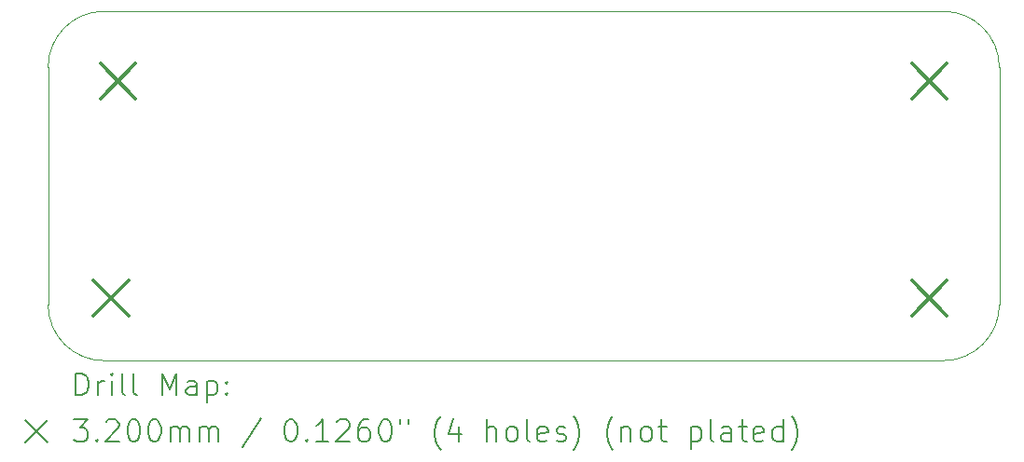
<source format=gbr>
%TF.GenerationSoftware,KiCad,Pcbnew,(6.0.7)*%
%TF.CreationDate,2022-09-26T21:03:58+02:00*%
%TF.ProjectId,LcdResolver,4c636452-6573-46f6-9c76-65722e6b6963,0*%
%TF.SameCoordinates,Original*%
%TF.FileFunction,Drillmap*%
%TF.FilePolarity,Positive*%
%FSLAX45Y45*%
G04 Gerber Fmt 4.5, Leading zero omitted, Abs format (unit mm)*
G04 Created by KiCad (PCBNEW (6.0.7)) date 2022-09-26 21:03:58*
%MOMM*%
%LPD*%
G01*
G04 APERTURE LIST*
%ADD10C,0.100000*%
%ADD11C,0.200000*%
%ADD12C,0.320000*%
G04 APERTURE END LIST*
D10*
X18262600Y-8488800D02*
G75*
G03*
X17754600Y-7980800I-508000J0D01*
G01*
X10134600Y-11155800D02*
X17754600Y-11155800D01*
X9626600Y-10647800D02*
G75*
G03*
X10134600Y-11155800I508000J0D01*
G01*
X18262600Y-8488800D02*
X18262600Y-10647800D01*
X10134600Y-7980800D02*
G75*
G03*
X9626600Y-8488800I0J-508000D01*
G01*
X10134600Y-7980800D02*
X17754600Y-7980800D01*
X17754600Y-11155800D02*
G75*
G03*
X18262600Y-10647800I0J508000D01*
G01*
X9626600Y-8488800D02*
X9626600Y-10647800D01*
D11*
D12*
X10038100Y-10424300D02*
X10358100Y-10744300D01*
X10358100Y-10424300D02*
X10038100Y-10744300D01*
X10101600Y-8455800D02*
X10421600Y-8775800D01*
X10421600Y-8455800D02*
X10101600Y-8775800D01*
X17467600Y-8455800D02*
X17787600Y-8775800D01*
X17787600Y-8455800D02*
X17467600Y-8775800D01*
X17467600Y-10424300D02*
X17787600Y-10744300D01*
X17787600Y-10424300D02*
X17467600Y-10744300D01*
D11*
X9879219Y-11471276D02*
X9879219Y-11271276D01*
X9926838Y-11271276D01*
X9955410Y-11280800D01*
X9974457Y-11299848D01*
X9983981Y-11318895D01*
X9993505Y-11356990D01*
X9993505Y-11385562D01*
X9983981Y-11423657D01*
X9974457Y-11442705D01*
X9955410Y-11461752D01*
X9926838Y-11471276D01*
X9879219Y-11471276D01*
X10079219Y-11471276D02*
X10079219Y-11337943D01*
X10079219Y-11376038D02*
X10088743Y-11356990D01*
X10098267Y-11347467D01*
X10117314Y-11337943D01*
X10136362Y-11337943D01*
X10203029Y-11471276D02*
X10203029Y-11337943D01*
X10203029Y-11271276D02*
X10193505Y-11280800D01*
X10203029Y-11290324D01*
X10212552Y-11280800D01*
X10203029Y-11271276D01*
X10203029Y-11290324D01*
X10326838Y-11471276D02*
X10307790Y-11461752D01*
X10298267Y-11442705D01*
X10298267Y-11271276D01*
X10431600Y-11471276D02*
X10412552Y-11461752D01*
X10403029Y-11442705D01*
X10403029Y-11271276D01*
X10660171Y-11471276D02*
X10660171Y-11271276D01*
X10726838Y-11414133D01*
X10793505Y-11271276D01*
X10793505Y-11471276D01*
X10974457Y-11471276D02*
X10974457Y-11366514D01*
X10964933Y-11347467D01*
X10945886Y-11337943D01*
X10907790Y-11337943D01*
X10888743Y-11347467D01*
X10974457Y-11461752D02*
X10955410Y-11471276D01*
X10907790Y-11471276D01*
X10888743Y-11461752D01*
X10879219Y-11442705D01*
X10879219Y-11423657D01*
X10888743Y-11404609D01*
X10907790Y-11395086D01*
X10955410Y-11395086D01*
X10974457Y-11385562D01*
X11069695Y-11337943D02*
X11069695Y-11537943D01*
X11069695Y-11347467D02*
X11088743Y-11337943D01*
X11126838Y-11337943D01*
X11145886Y-11347467D01*
X11155410Y-11356990D01*
X11164933Y-11376038D01*
X11164933Y-11433181D01*
X11155410Y-11452228D01*
X11145886Y-11461752D01*
X11126838Y-11471276D01*
X11088743Y-11471276D01*
X11069695Y-11461752D01*
X11250648Y-11452228D02*
X11260171Y-11461752D01*
X11250648Y-11471276D01*
X11241124Y-11461752D01*
X11250648Y-11452228D01*
X11250648Y-11471276D01*
X11250648Y-11347467D02*
X11260171Y-11356990D01*
X11250648Y-11366514D01*
X11241124Y-11356990D01*
X11250648Y-11347467D01*
X11250648Y-11366514D01*
X9421600Y-11700800D02*
X9621600Y-11900800D01*
X9621600Y-11700800D02*
X9421600Y-11900800D01*
X9860171Y-11691276D02*
X9983981Y-11691276D01*
X9917314Y-11767467D01*
X9945886Y-11767467D01*
X9964933Y-11776990D01*
X9974457Y-11786514D01*
X9983981Y-11805562D01*
X9983981Y-11853181D01*
X9974457Y-11872228D01*
X9964933Y-11881752D01*
X9945886Y-11891276D01*
X9888743Y-11891276D01*
X9869695Y-11881752D01*
X9860171Y-11872228D01*
X10069695Y-11872228D02*
X10079219Y-11881752D01*
X10069695Y-11891276D01*
X10060171Y-11881752D01*
X10069695Y-11872228D01*
X10069695Y-11891276D01*
X10155410Y-11710324D02*
X10164933Y-11700800D01*
X10183981Y-11691276D01*
X10231600Y-11691276D01*
X10250648Y-11700800D01*
X10260171Y-11710324D01*
X10269695Y-11729371D01*
X10269695Y-11748419D01*
X10260171Y-11776990D01*
X10145886Y-11891276D01*
X10269695Y-11891276D01*
X10393505Y-11691276D02*
X10412552Y-11691276D01*
X10431600Y-11700800D01*
X10441124Y-11710324D01*
X10450648Y-11729371D01*
X10460171Y-11767467D01*
X10460171Y-11815086D01*
X10450648Y-11853181D01*
X10441124Y-11872228D01*
X10431600Y-11881752D01*
X10412552Y-11891276D01*
X10393505Y-11891276D01*
X10374457Y-11881752D01*
X10364933Y-11872228D01*
X10355410Y-11853181D01*
X10345886Y-11815086D01*
X10345886Y-11767467D01*
X10355410Y-11729371D01*
X10364933Y-11710324D01*
X10374457Y-11700800D01*
X10393505Y-11691276D01*
X10583981Y-11691276D02*
X10603029Y-11691276D01*
X10622076Y-11700800D01*
X10631600Y-11710324D01*
X10641124Y-11729371D01*
X10650648Y-11767467D01*
X10650648Y-11815086D01*
X10641124Y-11853181D01*
X10631600Y-11872228D01*
X10622076Y-11881752D01*
X10603029Y-11891276D01*
X10583981Y-11891276D01*
X10564933Y-11881752D01*
X10555410Y-11872228D01*
X10545886Y-11853181D01*
X10536362Y-11815086D01*
X10536362Y-11767467D01*
X10545886Y-11729371D01*
X10555410Y-11710324D01*
X10564933Y-11700800D01*
X10583981Y-11691276D01*
X10736362Y-11891276D02*
X10736362Y-11757943D01*
X10736362Y-11776990D02*
X10745886Y-11767467D01*
X10764933Y-11757943D01*
X10793505Y-11757943D01*
X10812552Y-11767467D01*
X10822076Y-11786514D01*
X10822076Y-11891276D01*
X10822076Y-11786514D02*
X10831600Y-11767467D01*
X10850648Y-11757943D01*
X10879219Y-11757943D01*
X10898267Y-11767467D01*
X10907790Y-11786514D01*
X10907790Y-11891276D01*
X11003029Y-11891276D02*
X11003029Y-11757943D01*
X11003029Y-11776990D02*
X11012552Y-11767467D01*
X11031600Y-11757943D01*
X11060171Y-11757943D01*
X11079219Y-11767467D01*
X11088743Y-11786514D01*
X11088743Y-11891276D01*
X11088743Y-11786514D02*
X11098267Y-11767467D01*
X11117314Y-11757943D01*
X11145886Y-11757943D01*
X11164933Y-11767467D01*
X11174457Y-11786514D01*
X11174457Y-11891276D01*
X11564933Y-11681752D02*
X11393505Y-11938895D01*
X11822076Y-11691276D02*
X11841124Y-11691276D01*
X11860171Y-11700800D01*
X11869695Y-11710324D01*
X11879219Y-11729371D01*
X11888743Y-11767467D01*
X11888743Y-11815086D01*
X11879219Y-11853181D01*
X11869695Y-11872228D01*
X11860171Y-11881752D01*
X11841124Y-11891276D01*
X11822076Y-11891276D01*
X11803028Y-11881752D01*
X11793505Y-11872228D01*
X11783981Y-11853181D01*
X11774457Y-11815086D01*
X11774457Y-11767467D01*
X11783981Y-11729371D01*
X11793505Y-11710324D01*
X11803028Y-11700800D01*
X11822076Y-11691276D01*
X11974457Y-11872228D02*
X11983981Y-11881752D01*
X11974457Y-11891276D01*
X11964933Y-11881752D01*
X11974457Y-11872228D01*
X11974457Y-11891276D01*
X12174457Y-11891276D02*
X12060171Y-11891276D01*
X12117314Y-11891276D02*
X12117314Y-11691276D01*
X12098267Y-11719848D01*
X12079219Y-11738895D01*
X12060171Y-11748419D01*
X12250648Y-11710324D02*
X12260171Y-11700800D01*
X12279219Y-11691276D01*
X12326838Y-11691276D01*
X12345886Y-11700800D01*
X12355409Y-11710324D01*
X12364933Y-11729371D01*
X12364933Y-11748419D01*
X12355409Y-11776990D01*
X12241124Y-11891276D01*
X12364933Y-11891276D01*
X12536362Y-11691276D02*
X12498267Y-11691276D01*
X12479219Y-11700800D01*
X12469695Y-11710324D01*
X12450648Y-11738895D01*
X12441124Y-11776990D01*
X12441124Y-11853181D01*
X12450648Y-11872228D01*
X12460171Y-11881752D01*
X12479219Y-11891276D01*
X12517314Y-11891276D01*
X12536362Y-11881752D01*
X12545886Y-11872228D01*
X12555409Y-11853181D01*
X12555409Y-11805562D01*
X12545886Y-11786514D01*
X12536362Y-11776990D01*
X12517314Y-11767467D01*
X12479219Y-11767467D01*
X12460171Y-11776990D01*
X12450648Y-11786514D01*
X12441124Y-11805562D01*
X12679219Y-11691276D02*
X12698267Y-11691276D01*
X12717314Y-11700800D01*
X12726838Y-11710324D01*
X12736362Y-11729371D01*
X12745886Y-11767467D01*
X12745886Y-11815086D01*
X12736362Y-11853181D01*
X12726838Y-11872228D01*
X12717314Y-11881752D01*
X12698267Y-11891276D01*
X12679219Y-11891276D01*
X12660171Y-11881752D01*
X12650648Y-11872228D01*
X12641124Y-11853181D01*
X12631600Y-11815086D01*
X12631600Y-11767467D01*
X12641124Y-11729371D01*
X12650648Y-11710324D01*
X12660171Y-11700800D01*
X12679219Y-11691276D01*
X12822076Y-11691276D02*
X12822076Y-11729371D01*
X12898267Y-11691276D02*
X12898267Y-11729371D01*
X13193505Y-11967467D02*
X13183981Y-11957943D01*
X13164933Y-11929371D01*
X13155409Y-11910324D01*
X13145886Y-11881752D01*
X13136362Y-11834133D01*
X13136362Y-11796038D01*
X13145886Y-11748419D01*
X13155409Y-11719848D01*
X13164933Y-11700800D01*
X13183981Y-11672228D01*
X13193505Y-11662705D01*
X13355409Y-11757943D02*
X13355409Y-11891276D01*
X13307790Y-11681752D02*
X13260171Y-11824609D01*
X13383981Y-11824609D01*
X13612552Y-11891276D02*
X13612552Y-11691276D01*
X13698267Y-11891276D02*
X13698267Y-11786514D01*
X13688743Y-11767467D01*
X13669695Y-11757943D01*
X13641124Y-11757943D01*
X13622076Y-11767467D01*
X13612552Y-11776990D01*
X13822076Y-11891276D02*
X13803028Y-11881752D01*
X13793505Y-11872228D01*
X13783981Y-11853181D01*
X13783981Y-11796038D01*
X13793505Y-11776990D01*
X13803028Y-11767467D01*
X13822076Y-11757943D01*
X13850648Y-11757943D01*
X13869695Y-11767467D01*
X13879219Y-11776990D01*
X13888743Y-11796038D01*
X13888743Y-11853181D01*
X13879219Y-11872228D01*
X13869695Y-11881752D01*
X13850648Y-11891276D01*
X13822076Y-11891276D01*
X14003028Y-11891276D02*
X13983981Y-11881752D01*
X13974457Y-11862705D01*
X13974457Y-11691276D01*
X14155409Y-11881752D02*
X14136362Y-11891276D01*
X14098267Y-11891276D01*
X14079219Y-11881752D01*
X14069695Y-11862705D01*
X14069695Y-11786514D01*
X14079219Y-11767467D01*
X14098267Y-11757943D01*
X14136362Y-11757943D01*
X14155409Y-11767467D01*
X14164933Y-11786514D01*
X14164933Y-11805562D01*
X14069695Y-11824609D01*
X14241124Y-11881752D02*
X14260171Y-11891276D01*
X14298267Y-11891276D01*
X14317314Y-11881752D01*
X14326838Y-11862705D01*
X14326838Y-11853181D01*
X14317314Y-11834133D01*
X14298267Y-11824609D01*
X14269695Y-11824609D01*
X14250648Y-11815086D01*
X14241124Y-11796038D01*
X14241124Y-11786514D01*
X14250648Y-11767467D01*
X14269695Y-11757943D01*
X14298267Y-11757943D01*
X14317314Y-11767467D01*
X14393505Y-11967467D02*
X14403028Y-11957943D01*
X14422076Y-11929371D01*
X14431600Y-11910324D01*
X14441124Y-11881752D01*
X14450648Y-11834133D01*
X14450648Y-11796038D01*
X14441124Y-11748419D01*
X14431600Y-11719848D01*
X14422076Y-11700800D01*
X14403028Y-11672228D01*
X14393505Y-11662705D01*
X14755409Y-11967467D02*
X14745886Y-11957943D01*
X14726838Y-11929371D01*
X14717314Y-11910324D01*
X14707790Y-11881752D01*
X14698267Y-11834133D01*
X14698267Y-11796038D01*
X14707790Y-11748419D01*
X14717314Y-11719848D01*
X14726838Y-11700800D01*
X14745886Y-11672228D01*
X14755409Y-11662705D01*
X14831600Y-11757943D02*
X14831600Y-11891276D01*
X14831600Y-11776990D02*
X14841124Y-11767467D01*
X14860171Y-11757943D01*
X14888743Y-11757943D01*
X14907790Y-11767467D01*
X14917314Y-11786514D01*
X14917314Y-11891276D01*
X15041124Y-11891276D02*
X15022076Y-11881752D01*
X15012552Y-11872228D01*
X15003028Y-11853181D01*
X15003028Y-11796038D01*
X15012552Y-11776990D01*
X15022076Y-11767467D01*
X15041124Y-11757943D01*
X15069695Y-11757943D01*
X15088743Y-11767467D01*
X15098267Y-11776990D01*
X15107790Y-11796038D01*
X15107790Y-11853181D01*
X15098267Y-11872228D01*
X15088743Y-11881752D01*
X15069695Y-11891276D01*
X15041124Y-11891276D01*
X15164933Y-11757943D02*
X15241124Y-11757943D01*
X15193505Y-11691276D02*
X15193505Y-11862705D01*
X15203028Y-11881752D01*
X15222076Y-11891276D01*
X15241124Y-11891276D01*
X15460171Y-11757943D02*
X15460171Y-11957943D01*
X15460171Y-11767467D02*
X15479219Y-11757943D01*
X15517314Y-11757943D01*
X15536362Y-11767467D01*
X15545886Y-11776990D01*
X15555409Y-11796038D01*
X15555409Y-11853181D01*
X15545886Y-11872228D01*
X15536362Y-11881752D01*
X15517314Y-11891276D01*
X15479219Y-11891276D01*
X15460171Y-11881752D01*
X15669695Y-11891276D02*
X15650648Y-11881752D01*
X15641124Y-11862705D01*
X15641124Y-11691276D01*
X15831600Y-11891276D02*
X15831600Y-11786514D01*
X15822076Y-11767467D01*
X15803028Y-11757943D01*
X15764933Y-11757943D01*
X15745886Y-11767467D01*
X15831600Y-11881752D02*
X15812552Y-11891276D01*
X15764933Y-11891276D01*
X15745886Y-11881752D01*
X15736362Y-11862705D01*
X15736362Y-11843657D01*
X15745886Y-11824609D01*
X15764933Y-11815086D01*
X15812552Y-11815086D01*
X15831600Y-11805562D01*
X15898267Y-11757943D02*
X15974457Y-11757943D01*
X15926838Y-11691276D02*
X15926838Y-11862705D01*
X15936362Y-11881752D01*
X15955409Y-11891276D01*
X15974457Y-11891276D01*
X16117314Y-11881752D02*
X16098267Y-11891276D01*
X16060171Y-11891276D01*
X16041124Y-11881752D01*
X16031600Y-11862705D01*
X16031600Y-11786514D01*
X16041124Y-11767467D01*
X16060171Y-11757943D01*
X16098267Y-11757943D01*
X16117314Y-11767467D01*
X16126838Y-11786514D01*
X16126838Y-11805562D01*
X16031600Y-11824609D01*
X16298267Y-11891276D02*
X16298267Y-11691276D01*
X16298267Y-11881752D02*
X16279219Y-11891276D01*
X16241124Y-11891276D01*
X16222076Y-11881752D01*
X16212552Y-11872228D01*
X16203028Y-11853181D01*
X16203028Y-11796038D01*
X16212552Y-11776990D01*
X16222076Y-11767467D01*
X16241124Y-11757943D01*
X16279219Y-11757943D01*
X16298267Y-11767467D01*
X16374457Y-11967467D02*
X16383981Y-11957943D01*
X16403028Y-11929371D01*
X16412552Y-11910324D01*
X16422076Y-11881752D01*
X16431600Y-11834133D01*
X16431600Y-11796038D01*
X16422076Y-11748419D01*
X16412552Y-11719848D01*
X16403028Y-11700800D01*
X16383981Y-11672228D01*
X16374457Y-11662705D01*
M02*

</source>
